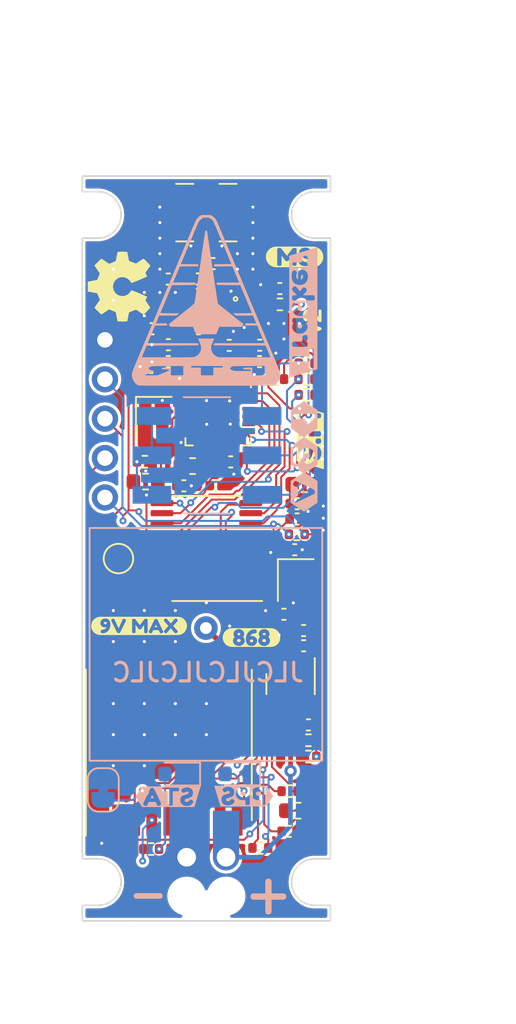
<source format=kicad_pcb>
(kicad_pcb (version 20221018) (generator pcbnew)
  (title_block (title "Tracker") (date "2023-02-07") (rev "1") (company "Polskie Towarzystwo Rakietowe") (comment 1 "bartekM, FlyingBanana, Kretu, Red Labs, karmelek, U.S. air force i inni"))
  (layers (0 "F.Cu" signal) (31 "B.Cu" signal) (34 "B.Paste" user) (35 "F.Paste" user) (36 "B.SilkS" user "B.Silkscreen") (37 "F.SilkS" user "F.Silkscreen") (38 "B.Mask" user) (39 "F.Mask" user) (44 "Edge.Cuts" user))
  (net 0 "")
  (net 1 "Net-(AE1-A)")
  (net 2 "+BATT")
  (net 3 "GND")
  (net 4 "Net-(U1-VREG)")
  (net 5 "Net-(U3-VDD{slash}VDDA)")
  (net 6 "Net-(U1-VR_PA)")
  (net 7 "+3V3")
  (net 8 "Net-(U1-RFI_P)")
  (net 9 "Net-(U4-V_BACKUP)")
  (net 10 "Net-(U1-RFI_N)")
  (net 11 "Net-(U5-RF2)")
  (net 12 "Net-(U1-RFO)")
  (net 13 "Net-(U5-RF1)")
  (net 14 "/Lora RF/3v3_lora")
  (net 15 "Net-(U5-RFC)")
  (net 16 "SPI1_MISO")
  (net 17 "SPI1_MOSI")
  (net 18 "SPI1_SCK")
  (net 19 "SPI1_SEL")
  (net 20 "Net-(J1-In)")
  (net 21 "XOUT")
  (net 22 "Net-(C13-Pad2)")
  (net 23 "Net-(U5-VCTL)")
  (net 24 "SWCLK")
  (net 25 "SWDIO")
  (net 26 "NRST")
  (net 27 "/Lora RF/XTA")
  (net 28 "USART1_RX")
  (net 29 "XIN")
  (net 30 "ADC_IN3")
  (net 31 "/Lora RF/XTB")
  (net 32 "USART1_TX")
  (net 33 "Net-(D1-A)")
  (net 34 "Net-(D2-A)")
  (net 35 "Net-(U1-DCC_SW)")
  (net 36 "Net-(U4-TIMEMARK)")
  (net 37 "Net-(U3-PA0)")
  (net 40 "PA4_INPUT")
  (net 41 "Net-(C20-Pad1)")
  (net 42 "Net-(C22-Pad2)")
  (net 43 "/Lora RF/CTL")
  (net 44 "Net-(R1-Pad2)")
  (net 45 "Net-(R2-Pad2)")
  (net 46 "Net-(R3-Pad2)")
  (net 47 "PA12")
  (net 48 "ADC_IN5")
  (net 49 "PA1_INPUT")
  (net 50 "PA2_INPUT")
  (footprint "Connector_Coaxial:SMA_Samtec_SMA-J-P-X-ST-EM1_EdgeMount" (layer "F.Cu") (at 152 84.5 180)
    (fp_text reference "J1")
    (fp_text value "Conn_Coaxial")
  )
  (footprint "Capacitor_SMD:C_0402_1005Metric" (layer "F.Cu") (at 158.27 112.27)
    (fp_text reference "C7")
    (fp_text value "1uF")
  )
  (footprint "kibuzzard-65A3B7CC" (layer "F.Cu") (at 154.91 111.74)
    (fp_text reference "kibuzzard-65A3B7CC" hide)
    (fp_text value "G***" hide)
  )
  (footprint "Capacitor_SMD:C_0402_1005Metric" (layer "F.Cu") (at 148.5 91.84)
    (fp_text reference "C19")
    (fp_text value "15pF")
  )
  (footprint "Capacitor_SMD:C_0402_1005Metric" (layer "F.Cu") (at 157.7 106.08)
    (fp_text reference "C17")
    (fp_text value "20pF")
  )
  (footprint "Resistor_SMD:R_0402_1005Metric" (layer "F.Cu") (at 158.58 119.41 180)
    (fp_text reference "R9")
    (fp_text value "50k")
  )
  (footprint "Resistor_SMD:R_0402_1005Metric" (layer "F.Cu") (at 158.46 94.07 180)
    (fp_text reference "R1")
    (fp_text value "50k")
  )
  (footprint "Inductor_SMD:L_0603_1608Metric" (layer "F.Cu") (at 158.32 101.86 180)
    (fp_text reference "FB1")
    (fp_text value "200mA")
  )
  (footprint "Capacitor_SMD:C_0402_1005Metric" (layer "F.Cu") (at 152.7 101.95)
    (fp_text reference "C16")
    (fp_text value "100nF")
  )
  (footprint "kibuzzard-640F0FCE" (layer "F.Cu") (at 158.7 98.82 90)
    (fp_text reference "kibuzzard-640F0FCE" hide)
    (fp_text value "G***" hide)
  )
  (footprint "Capacitor_SMD:C_0402_1005Metric" (layer "F.Cu") (at 153.47 92.91)
    (fp_text reference "C11")
    (fp_text value "3.6pF")
  )
  (footprint "Resistor_SMD:R_0402_1005Metric" (layer "F.Cu") (at 158.58 118.36)
    (fp_text reference "R7")
    (fp_text value "100k")
  )
  (footprint "Crystal:Crystal_SMD_2016-4Pin_2.0x1.6mm" (layer "F.Cu") (at 148.61 97.58 -90)
    (fp_text reference "Y1")
    (fp_text value "NX2016SA-32MHZ-STD-CZS-5")
  )
  (footprint "Capacitor_SMD:C_0402_1005Metric" (layer "F.Cu") (at 151.49 91.84 180)
    (fp_text reference "C13")
    (fp_text value "47pF")
  )
  (footprint "Capacitor_SMD:C_0402_1005Metric" (layer "F.Cu") (at 158.58 117.37)
    (fp_text reference "C2")
    (fp_text value "1uF")
  )
  (footprint "Inductor_SMD:L_0603_1608Metric" (layer "F.Cu") (at 148.08 101.69)
    (fp_text reference "FB3")
    (fp_text value "200mA")
  )
  (footprint "Capacitor_SMD:C_0402_1005Metric" (layer "F.Cu") (at 149.55 92.87 180)
    (fp_text reference "C4")
    (fp_text value "100pF")
  )
  (footprint "Package_SO:TSSOP-20_4.4x6.5mm_P0.65mm" (layer "F.Cu") (at 152 106 180)
    (fp_text reference "U3")
    (fp_text value "STM32G030F6P6")
  )
  (footprint "Capacitor_SMD:C_0402_1005Metric" (layer "F.Cu") (at 155.44 92.9 180)
    (fp_text reference "C12")
    (fp_text value "1pF")
  )
  (footprint "Crystal:Crystal_SMD_2016-4Pin_2.0x1.6mm" (layer "F.Cu") (at 157.76 108.04 -90)
    (fp_text reference "Y2")
    (fp_text value "NX2016SA-32MHZ-STD-CZS-5")
  )
  (footprint "Resistor_SMD:R_0402_1005Metric" (layer "F.Cu") (at 155.48 125.3 180)
    (fp_text reference "R10")
    (fp_text value "1k")
  )
  (footprint "Resistor_SMD:R_0402_1005Metric" (layer "F.Cu") (at 156.74 90.27 180)
    (fp_text reference "R5")
    (fp_text value "100R")
  )
  (footprint "Capacitor_SMD:C_0402_1005Metric" (layer "F.Cu") (at 148.42 95.05 180)
    (fp_text reference "C14")
    (fp_text value "100nF")
  )
  (footprint "TestPoint:TestPoint_Pad_D1.5mm" (layer "F.Cu") (at 146.33 106.65)
    (fp_text reference "TP1")
    (fp_text value "TestPoint")
  )
  (footprint "Capacitor_SMD:C_0402_1005Metric" (layer "F.Cu") (at 157 110.24 180)
    (fp_text reference "C18")
    (fp_text value "20pF")
  )
  (footprint "Resistor_SMD:R_0402_1005Metric" (layer "F.Cu") (at 157.36 121.64 180)
    (fp_text reference "R6")
    (fp_text value "10k")
  )
  (footprint "Inductor_SMD:L_0402_1005Metric" (layer "F.Cu") (at 151.51 93.97)
    (fp_text reference "L2")
    (fp_text value "68nH")
  )
  (footprint "Capacitor_SMD:C_0402_1005Metric" (layer "F.Cu") (at 153.57 100.42)
    (fp_text reference "C15")
    (fp_text value "100nF")
  )
  (footprint "Inductor_SMD:L_0402_1005Metric" (layer "F.Cu") (at 150.5 87.64)
    (fp_text reference "L6")
    (fp_text value "0R")
  )
  (footprint "Capacitor_SMD:C_0402_1005Metric" (layer "F.Cu") (at 155.43 93.96 180)
    (fp_text reference "C9")
    (fp_text value "2.7pF")
  )
  (footprint "Inductor_SMD:L_0603_1608Metric" (layer "F.Cu") (at 157.91 122.9)
    (fp_text reference "FB2")
    (fp_text value "200mA")
  )
  (footprint "Capacitor_SMD:C_0402_1005Metric" (layer "F.Cu") (at 157.85 104.1)
    (fp_text reference "C3")
    (fp_text value "4.7uF")
  )
  (footprint "Package_DFN_QFN:QFN-24-1EP_4x4mm_P0.5mm_EP2.7x2.7mm" (layer "F.Cu") (at 152.76 97.25)
    (fp_text reference "U1")
    (fp_text value "SX1262")
  )
  (footprint "kibuzzard-65194BBF" (layer "F.Cu") (at 157.69 87.21)
    (fp_text reference "kibuzzard-65194BBF" hide)
    (fp_text value "G***" hide)
  )
  (footprint "Inductor_SMD:L_0402_1005Metric" (layer "F.Cu") (at 149.48 90.82)
    (fp_text reference "L5")
    (fp_text value "4.3nH")
  )
  (footprint "Capacitor_SMD:C_0402_1005Metric" (layer "F.Cu") (at 150.55 101.96)
    (fp_text reference "C1")
    (fp_text value "470nF")
  )
  (footprint "Resistor_SMD:R_0402_1005Metric" (layer "F.Cu") (at 157.83 105.09 180)
    (fp_text reference "R12")
    (fp_text value "10k")
  )
  (footprint "Capacitor_SMD:C_0402_1005Metric" (layer "F.Cu") (at 151.48 89.62)
    (fp_text reference "C26")
    (fp_text value "100nF")
  )
  (footprint "Resistor_SMD:R_0402_1005Metric" (layer "F.Cu") (at 156.5 95.09 180)
    (fp_text reference "R4")
    (fp_text value "10k")
  )
  (footprint "Capacitor_SMD:C_0402_1005Metric" (layer "F.Cu") (at 149.54 93.96 180)
    (fp_text reference "C8")
    (fp_text value "22nF")
  )
  (footprint "kibuzzard-64020663" (layer "F.Cu") (at 147.66 110.99)
    (fp_text reference "kibuzzard-64020663" hide)
    (fp_text value "G***" hide)
  )
  (footprint "Inductor_SMD:L_0402_1005Metric" (layer "F.Cu") (at 153.48 93.97)
    (fp_text reference "L3")
    (fp_text value "12nH")
  )
  (footprint "Capacitor_SMD:C_0402_1005Metric" (layer "F.Cu") (at 157.34 124.23)
    (fp_text reference "C10")
    (fp_text value "100nF")
  )
  (footprint "Resistor_SMD:R_0402_1005Metric" (layer "F.Cu") (at 158.45 95.09 180)
    (fp_text reference "R2")
    (fp_text value "10k")
  )
  (footprint "Capacitor_SMD:C_0402_1005Metric" (layer "F.Cu") (at 151.49 90.81)
    (fp_text reference "C20")
    (fp_text value "100pF")
  )
  (footprint "stanley_footprints:QFN_6_1x1mm" (layer "F.Cu") (at 154.56 90.55)
    (fp_text reference "U5")
    (fp_text value "SKY13453-385LF")
  )
  (footprint "Resistor_SMD:R_0402_1005Metric" (layer "F.Cu") (at 148.03 100.41)
    (fp_text reference "R11")
    (fp_text value "50k")
  )
  (footprint "Package_TO_SOT_SMD:SOT-23" (layer "F.Cu") (at 157.43 114.74 -90)
    (fp_text reference "U2")
    (fp_text value "AP2210N-3.3TRG1")
  )
  (footprint "Resistor_SMD:R_0402_1005Metric" (layer "F.Cu") (at 158.46 96.1 180)
    (fp_text reference "R3")
    (fp_text value "5k")
  )
  (footprint "RF_GPS:SIM28ML" (layer "F.Cu") (at 149.58 118.66 90)
    (fp_text reference "U4")
    (fp_text value "SIM28ML")
  )
  (footprint "Capacitor_SMD:C_0402_1005Metric" (layer "F.Cu") (at 151.48 88.63 180)
    (fp_text reference "C22")
    (fp_text value "22pF")
  )
  (footprint "Resistor_SMD:R_0402_1005Metric" (layer "F.Cu") (at 148.44 125.37)
    (fp_text reference "R8")
    (fp_text value "1k")
  )
  (footprint "Inductor_SMD:L_0603_1608Metric" (layer "F.Cu") (at 151.11 100.69 180)
    (fp_text reference "L1")
    (fp_text value "15uH")
  )
  (footprint "Capacitor_SMD:C_0402_1005Metric" (layer "F.Cu") (at 158.27 111.29)
    (fp_text reference "C5")
    (fp_text value "1uF")
  )
  (footprint "Capacitor_SMD:C_0402_1005Metric" (layer "F.Cu") (at 156.74 89.25 180)
    (fp_text reference "C25")
    (fp_text value "100nF")
  )
  (footprint "Capacitor_SMD:C_0402_1005Metric" (layer "F.Cu") (at 152.43 87.64 180)
    (fp_text reference "C24")
    (fp_text value "TBD")
  )
  (footprint "Capacitor_SMD:C_0402_1005Metric" (layer "F.Cu") (at 149.54 88.64)
    (fp_text reference "C23")
    (fp_text value "TBD")
  )
  (footprint "Capacitor_SMD:C_0402_1005Metric" (layer "F.Cu") (at 153.01 91.28 90)
    (fp_text reference "C21")
    (fp_text value "9pF")
  )
  (footprint "Capacitor_SMD:C_0402_1005Metric" (layer "F.Cu") (at 157.86 103.115)
    (fp_text reference "C6")
    (fp_text value "100nF")
  )
  (footprint "Symbol:OSHW-Logo_5.7x6mm_SilkScreen" (layer "F.Cu") (at 147.37 89.13 90)
    (fp_text reference "REF**" hide)
    (fp_text value "OSHW-Logo_5.7x6mm_SilkScreen" hide)
  )
  (footprint "Inductor_SMD:L_0402_1005Metric" (layer "F.Cu") (at 151.51 92.89 180)
    (fp_text reference "L4")
    (fp_text value "9.1nH")
  )
  (footprint "kibuzzard-651ADEAE" (layer "B.Cu") (at 149.52 122 180)
    (fp_text reference "kibuzzard-651ADEAE" hide)
    (fp_text value "G***" hide)
  )
  (footprint "kibuzzard-63C2A895" (layer "B.Cu") (at 158.3 100.01 90)
    (fp_text reference "kibuzzard-63C2A895" hide)
    (fp_text value "G***" hide)
  )
  (footprint "kibuzzard-651ADEA2" (layer "B.Cu") (at 154.41 121.96 180)
    (fp_text reference "kibuzzard-651ADEA2" hide)
    (fp_text value "G***" hide)
  )
  (footprint "LED_SMD:LED_0603_1608Metric" (layer "B.Cu") (at 153.99 120.53 180)
    (fp_text reference "D2")
    (fp_text value "LED")
  )
  (footprint "Jumper:SolderJumper-2_P1.3mm_Bridged_RoundedPad1.0x1.5mm" (layer "B.Cu") (at 145.35 121.56 -90)
    (fp_text reference "JP1")
    (fp_text value "SolderJumper_2_Bridged")
  )
  (footprint "Connector_PinHeader_2.54mm:PinHeader_1x05_P2.54mm_Vertical" (layer "B.Cu") (at 145.46 92.555 180)
    (fp_text reference "J2")
    (fp_text value "Conn_01x05_Male")
  )
  (footprint "kibuzzard-63C2A8A3" (layer "B.Cu") (at 158.3 97.67 90)
    (fp_text reference "kibuzzard-63C2A8A3" hide)
    (fp_text value "G***" hide)
  )
  (footprint "stanley_footprints:ESD103EZ" (layer "B.Cu") (at 152.04 100 -90)
    (fp_text reference "SW1")
    (fp_text value "SW_DIP_x03")
  )
  (footprint "stanley_footprints:ANT1575-1540D" (layer "B.Cu") (at 151.97 112.18 180)
    (fp_text reference "AE1")
    (fp_text value "Antenna")
  )
  (footprint "stanley_footprints:ptr_logo_11" (layer "B.Cu") (at 152 90 180)
    (fp_text reference "G***")
    (fp_text value "LOGO" hide)
  )
  (footprint "kibuzzard-640F1272" (layer "B.Cu") (at 158.25 90.79 90)
    (fp_text reference "kibuzzard-640F1272" hide)
    (fp_text value "G***" hide)
  )
  (footprint "stanley_footprints:sturdy_2.54_battery_screw" (layer "B.Cu") (at 152 125.9 180)
    (fp_text reference "BT1")
    (fp_text value "Battery")
  )
  (footprint "LED_SMD:LED_0603_1608Metric" (layer "B.Cu") (at 150.11 120.54 180)
    (fp_text reference "D1")
    (fp_text value "LED")
  )
  (footprint "kibuzzard-6408E8C9" (layer "B.Cu") (at 158.3 102.35 90)
    (fp_text reference "kibuzzard-6408E8C9" hide)
    (fp_text value "G***" hide)
  )
  (gr_line (start 157 130) (end 147 130) (stroke (width 0.1)) (layer "Edge.Cuts"))
  (gr_line (start 144 126) (end 144 86) (stroke (width 0.1)) (layer "Edge.Cuts"))
  (gr_line (start 160 86) (end 160 126) (stroke (width 0.1)) (layer "Edge.Cuts"))
  (gr_line (start 145 126) (end 144 126) (stroke (width 0.1)) (layer "Edge.Cuts"))
  (gr_arc (start 159 129) (mid 157.5 127.5) (end 159 126) (stroke (width 0.1)) (layer "Edge.Cuts"))
  (gr_line (start 160 130) (end 160 129) (stroke (width 0.1)) (layer "Edge.Cuts"))
  (gr_line (start 144 130) (end 147 130) (stroke (width 0.1)) (layer "Edge.Cuts"))
  (gr_line (start 144 129) (end 145 129) (stroke (width 0.1)) (layer "Edge.Cuts"))
  (gr_line (start 144 83) (end 145 83) (stroke (width 0.1)) (layer "Edge.Cuts"))
  (gr_line (start 160 83) (end 159 83) (stroke (width 0.1)) (layer "Edge.Cuts"))
  (gr_line (start 144 83) (end 144 82) (stroke (width 0.1)) (layer "Edge.Cuts"))
  (gr_line (start 160 86) (end 159 86) (stroke (width 0.1)) (layer "Edge.Cuts"))
  (gr_line (start 157 82) (end 147 82) (stroke (width 0.1)) (layer "Edge.Cuts"))
  (gr_arc (start 159 86) (mid 157.5 84.5) (end 159 83) (stroke (width 0.1)) (layer "Edge.Cuts"))
  (gr_arc (start 145 126) (mid 146.5 127.5) (end 145 129) (stroke (width 0.1)) (layer "Edge.Cuts"))
  (gr_arc (start 145 83) (mid 146.5 84.5) (end 145 86) (stroke (width 0.1)) (layer "Edge.Cuts"))
  (gr_line (start 159 129) (end 160 129) (stroke (width 0.1)) (layer "Edge.Cuts"))
  (gr_line (start 144 86) (end 145 86) (stroke (width 0.1)) (layer "Edge.Cuts"))
  (gr_line (start 144 129) (end 144 130) (stroke (width 0.1)) (layer "Edge.Cuts"))
  (gr_line (start 159 126) (end 160 126) (stroke (width 0.1)) (layer "Edge.Cuts"))
  (gr_line (start 157 130) (end 160 130) (stroke (width 0.1)) (layer "Edge.Cuts"))
  (gr_line (start 144 82) (end 147 82) (stroke (width 0.1)) (layer "Edge.Cuts"))
  (gr_line (start 157 82) (end 160 82) (stroke (width 0.1)) (layer "Edge.Cuts"))
  (gr_line (start 160 82) (end 160 83) (stroke (width 0.1)) (layer "Edge.Cuts"))
  (gr_text "-" (at 148.25 128.25) (layer "B.SilkS") (effects (font (size 2 2) (thickness 0.35)) (justify mirror)))
  (gr_text "+" (at 156 128.25) (layer "B.SilkS") (effects (font (size 2.5 2.5) (thickness 0.4)) (justify mirror)))
  (gr_text "JLCJLCJLCJLC" (at 152.09 113.99) (layer "B.SilkS") (effects (font (size 1.2 1.2) (thickness 0.2)) (justify mirror)))
  (gr_text "-" (at 148.25 128.25) (layer "F.SilkS") (effects (font (size 2 2) (thickness 0.35))))
  (gr_text "+" (at 156 128.25) (layer "F.SilkS") (effects (font (size 2.5 2.5) (thickness 0.4))))
  (gr_text "v2" (at 159.46 92.35 90) (layer "F.SilkS") (effects (font (size 1 1) (thickness 0.2) bold) (justify left bottom)))
  (segment (start 152.88 112.04) (end 151.97 111.13) (width 0.35) (layer "F.Cu") (net 1))
  (segment (start 152.88 113.81) (end 152.88 112.04) (width 0.35) (layer "F.Cu") (net 1))
  (segment (start 158.07 118.36) (end 157.43 118.36) (width 0.127) (layer "F.Cu") (net 2))
  (segment (start 157.43 118.36) (end 157.43 117.37) (width 0.3) (layer "F.Cu") (net 2))
  (segment (start 158.1 117.37) (end 157.43 117.37) (width 0.127) (layer "F.Cu") (net 2))
  (segment (start 157.43 117.37) (end 157.43 115.6775) (width 0.3) (layer "F.Cu") (net 2))
  (segment (start 157.43 120.343) (end 157.43 118.36) (width 0.3) (layer "F.Cu") (net 2))
  (via (at 157.43 120.343) (size 0.8) (drill 0.4) (layers "F.Cu" "B.Cu") (net 2))
  (segment (start 157.43 120.343) (end 157.42 120.353) (width 0.3) (layer "B.Cu") (net 2))
  (segment (start 157.42 123.89) (end 155.41 125.9) (width 0.3) (layer "B.Cu") (net 2))
  (segment (start 157.42 120.353) (end 157.42 123.89) (width 0.3) (layer "B.Cu") (net 2))
  (segment (start 155.41 125.9) (end 153.27 125.9) (width 0.3) (layer "B.Cu") (net 2))
  (via (at 148 112) (size 0.45) (drill 0.2) (layers "F.Cu" "B.Cu") (net 3))
  (via (at 150 116) (size 0.45) (drill 0.2) (layers "F.Cu" "B.Cu") (net 3))
  (via (at 150.37 99.17) (size 0.45) (drill 0.2) (layers "F.Cu" "B.Cu") (net 3))
  (via (at 153.74 92.01) (size 0.45) (drill 0.2) (layers "F.Cu" "B.Cu") (net 3))
  (via (at 150 118) (size 0.45) (drill 0.2) (layers "F.Cu" "B.Cu") (net 3))
  (via (at 152.02 98) (size 0.45) (drill 0.2) (layers "F.Cu" "B.Cu") (net 3))
  (via (at 155 84) (size 0.45) (drill 0.2) (layers "F.Cu" "B.Cu") (net 3))
  (via (at 157.61 109.5055) (size 0.45) (drill 0.2) (layers "F.Cu" "B.Cu") (net 3))
  (via (at 158 88) (size 0.45) (drill 0.2) (layers "F.Cu" "B.Cu") (net 3))
  (via (at 152.01 96.47) (size 0.45) (drill 0.2) (layers "F.Cu" "B.Cu") (net 3))
  (via (at 155 88) (size 0.45) (drill 0.2) (layers "F.Cu" "B.Cu") (net 3))
  (via (at 148 120) (size 0.45) (drill 0.2) (layers "F.Cu" "B.Cu") (net 3))
  (via (at 159.54 103.27) (size 0.45) (drill 0.2) (layers "F.Cu" "B.Cu") (net 3))
  (via (at 155 86) (size 0.45) (drill 0.2) (layers "F.Cu" "B.Cu") (net 3))
  (via (at 157 91.5) (size 0.45) (drill 0.2) (layers "F.Cu" "B.Cu") (net 3))
  (via (at 149 87) (size 0.45) (drill 0.2) (layers "F.Cu" "B.Cu") (net 3))
  (via (at 149.16 96.460498) (size 0.45) (drill 0.2) (layers "F.Cu" "B.Cu") (net 3))
  (via (at 154.44 91.76) (size 0.45) (drill 0.2) (layers "F.Cu" "B.Cu") (net 3))
  (via (at 151 86.5) (size 0.45) (drill 0.2) (layers "F.Cu" "B.Cu") (net 3))
  (via (at 148 89.5) (size 0.45) (drill 0.2) (layers "F.Cu" "B.Cu") (net 3))
  (via (at 149 89.5) (size 0.45) (drill 0.2) (layers "F.Cu" "B.Cu") (net 3))
  (via (at 149 88) (size 0.45) (drill 0.2) (layers "F.Cu" "B.Cu") (net 3))
  (via (at 146 88) (size 0.45) (drill 0.2) (layers "F.Cu" "B.Cu") (net 3))
  (via (at 152 109.5) (size 0.45) (drill 0.2) (layers "F.Cu" "B.Cu") (net 3))
  (via (at 150 112) (size 0.45) (drill 0.2) (layers "F.Cu" "B.Cu") (net 3))
  (via (at 156.68 111.57) (size 0.45) (drill 0.2) (layers "F.Cu" "B.Cu") (net 3))
  (via (at 146 118) (size 0.45) (drill 0.2) (layers "F.Cu" "B.Cu") (net 3))
  (via (at 153.54 97.99) (size 0.45) (drill 0.2) (layers "F.Cu" "B.Cu") (net 3))
  (via (at 146 120) (size 0.45) (drill 0.2) (layers "F.Cu" "B.Cu") (net 3))
  (via (at 148 118) (size 0.45) (drill 0.2) (layers "F.Cu" "B.Cu") (net 3))
  (via (at 153 86.5) (size 0.45) (drill 0.2) (layers "F.Cu" "B.Cu") (net 3))
  (via (at 146 110) (size 0.45) (drill 0.2) (layers "F.Cu" "B.Cu") (net 3))
  (via (at 154 87) (size 0.45) (drill 0.2) (layers "F.Cu" "B.Cu") (net 3))
  (via (at 148.09 101) (size 0.45) (drill 0.2) (layers "F.Cu" "B.Cu") (net 3))
  (via (at 153.5 96.49) (size 0.45) (drill 0.2) (layers "F.Cu" "B.Cu") (net 3))
  (via (at 155 85) (size 0.45) (drill 0.2) (layers "F.Cu" "B.Cu") (net 3))
  (via (at 156 91.5) (size 0.45) (drill 0.2) (layers "F.Cu" "B.Cu") (net 3))
  (via (at 146 112) (size 0.45) (drill 0.2) (layers "F.Cu" "B.Cu") (net 3))
  (via (at 154 88) (size 0.45) (drill 0.2) (layers "F.Cu" "B.Cu") (net 3))
  (via (at 156.15 106.26) (size 0.45) (drill 0.2) (layers "F.Cu" "B.Cu") (net 3))
  (via (at 150 110) (size 0.45) (drill 0.2) (layers "F.Cu" "B.Cu") (net 3))
  (via (at 158 91.5) (size 0.45) (drill 0.2) (layers "F.Cu" "B.Cu") (net 3))
  (via (at 155 87) (size 0.45) (drill 0.2) (layers "F.Cu" "B.Cu") (net 3))
  (via (at 157 92.5) (size 0.45) (drill 0.2) (layers "F.Cu" "B.Cu") (net 3))
  (via (at 149 85) (size 0.45) (drill 0.2) (layers "F.Cu" "B.Cu") (net 3))
  (via (at 153.59 89.42) (size 0.45) (drill 0.2) (layers "F.Cu" "B.Cu") (net 3))
  (via (at 148 91) (size 0.45) (drill 0.2) (layers "F.Cu" "B.Cu") (net 3))
  (via (at 159.4865 100.25) (size 0.45) (drill 0.2) (layers "F.Cu" "B.Cu") (net 3))
  (via (at 152 118) (size 0.45) (drill 0.2) (layers "F.Cu" "B.Cu") (net 3))
  (via (at 148 116) (size 0.45) (drill 0.2) (layers "F.Cu" "B.Cu") (net 3))
  (via (at 158.5595 103.61) (size 0.45) (drill 0.2) (layers "F.Cu" "B.Cu") (net 3))
  (via (at 153.5 111) (size 0.45) (drill 0.2) (layers "F.Cu" "B.Cu") (net 3))
  (via (at 155.5 89) (size 0.45) (drill 0.2) (layers "F.Cu" "B.Cu") (net 3))
  (via (at 146 116) (size 0.45) (drill 0.2) (layers "F.Cu" "B.Cu") (net 3))
  (via (at 153.77 101.2135) (size 0.45) (drill 0.2) (layers "F.Cu" "B.Cu") (net 3))
  (via (at 150 89.5) (size 0.45) (drill 0.2) (layers "F.Cu" "B.Cu") (net 3))
  (via (at 159.54 104.05) (size 0.45) (drill 0.2) (layers "F.Cu" "B.Cu") (net 3))
  (via (at 149 86) (size 0.45) (drill 0.2) (layers "F.Cu" "B.Cu") (net 3))
  (via (at 145.25 125) (size 0.45) (drill 0.2) (layers "F.Cu" "B.Cu") (net 3))
  (via (at 155.09 94.79) (size 0.45) (drill 0.2) (layers "F.Cu" "B.Cu") (net 3))
  (via (at 152 116) (size 0.45) (drill 0.2) (layers "F.Cu" "B.Cu") (net 3))
  (via (at 156.48 93.41) (size 0.45) (drill 0.2) (layers "F.Cu" "B.Cu") (net 3))
  (via (at 150.27 95.04) (size 0.45) (drill 0.2) (layers "F.Cu" "B.Cu") (net 3))
  (via (at 148.48 92.87) (size 0.45) (drill 0.2) (layers "F.Cu" "B.Cu") (net 3))
  (via (at 159.54 104.82) (size 0.45) (drill 0.2) (layers "F.Cu" "B.Cu") (net 3))
  (via (at 159.49 98.54) (size 0.45) (drill 0.2) (layers "F.Cu" "B.Cu") (net 3))
  (via (at 149 84) (size 0.45) (drill 0.2) (layers "F.Cu" "B.Cu") (net 3))
  (via (at 158.18 106.08) (size 0.45) (drill 0.2) (layers "F.Cu" "B.Cu") (net 3))
  (via (at 155.82 110.01) (size 0.45) (drill 0.2) (layers "F.Cu" "B.Cu") (net 3))
  (via (at 148.49 93.98) (size 0.45) (drill 0.2) (layers "F.Cu" "B.Cu") (net 3))
  (via (at 148 110) (size 0.45) (drill 0.2) (layers "F.Cu" "B.Cu") (net 3))
  (via (at 147.72 94.28) (size 0.45) (drill 0.2) (layers "F.Cu" "B.Cu") (net 3))
  (via (at 151.03 101.96) (size 0.45) (drill 0.2) (layers "F.Cu" "B.Cu") (net 3))
  (via (at 159.49 99.42) (size 0.45) (drill 0.2) (layers "F.Cu" "B.Cu") (net 3))
  (via (at 146 90) (size 0.45) (drill 0.2) (layers "F.Cu" "B.Cu") (net 3))
  (segment (start 150.3225 100.69) (end 150.3225 100.0475) (width 0.127) (layer "F.Cu") (net 4))
  (segment (start 150.07 101.96) (end 150.07 101.52) (width 0.127) (layer "F.Cu") (net 4))
  (segment (start 150.07 101.52) (end 150.3225 101.2675) (width 0.127) (layer "F.Cu") (net 4))
  (segment (start 150.3225 101.2675) (end 150.3225 100.69) (width 0.127) (layer "F.Cu") (net 4))
  (segment (start 150.3225 100.0475) (end 151.1575 99.2125) (width 0.127) (layer "F.Cu") (net 4))
  (segment (start 151.1575 99.2125) (end 151.51 99.2125) (width 0.127) (layer "F.Cu") (net 4))
  (segment (start 154.8625 106.975) (end 156.195 106.975) (width 0.127) (layer "F.Cu") (net 5))
  (segment (start 157.37 104.1) (end 157.37 103.125) (width 0.127) (layer "F.Cu") (net 5))
  (segment (start 157.385 103.11) (end 157.38 103.115) (width 0.127) (layer "F.Cu") (net 5))
  (segment (start 156.659 104.811) (end 157.37 104.1) (width 0.127) (layer "F.Cu") (net 5))
  (segment (start 156.659 106.511) (end 156.659 104.811) (width 0.127) (layer "F.Cu") (net 5))
  (segment (start 157.385 102.025) (end 157.385 103.11) (width 0.127) (layer "F.Cu") (net 5))
  (segment (start 156.195 106.975) (end 156.659 106.511) (width 0.127) (layer "F.Cu") (net 5))
  (segment (start 157.37 103.125) (end 157.38 103.115) (width 0.127) (layer "F.Cu") (net 5))
  (segment (start 151.025 95.095) (end 151.2175 95.2875) (width 0.35) (layer "F.Cu") (net 6))
  (segment (start 151.025 93.97) (end 151.025 95.095) (width 0.35) (layer "F.Cu") (net 6))
  (segment (start 150.03 93.95) (end 150.02 93.96) (width 0.35) (layer "F.Cu") (net 6))
  (segment (start 151.2175 95.2875) (end 151.46 95.2875) (width 0.35) (layer "F.Cu") (net 6))
  (segment (start 150.03 93.97) (end 150.02 93.96) (width 0.35) (layer "F.Cu") (net 6))
  (segment (start 150.03 92.87) (end 150.03 93.95) (width 0.35) (layer "F.Cu") (net 6))
  (segment (start 151.025 93.97) (end 150.03 93.97) (width 0.35) (layer "F.Cu") (net 6))
  (segment (start 159.076017 96.206017) (end 158.97 96.1) (width 0.127) (layer "F.Cu") (net 7))
  (segment (start 159.1075 101.8075) (end 158.36 101.06) (width 0.127) (layer "F.Cu") (net 7))
  (segment (start 147.04 101.69) (end 146.982569 101.632569) (width 0.127) (layer "F.Cu") (net 7))
  (segment (start 156.48 113.8025) (end 156.48 112.73) (width 0.127) (layer "F.Cu") (net 7))
  (segment (start 158.36 101.06) (end 158.36 100.51) (width 0.127) (layer "F.Cu") (net 7))
  (segment (start 158.3175 110.65) (end 159.0475 109.92) (width 0.127) (layer "F.Cu") (net 7))
  (segment (start 156.94 112.27) (end 157.79 112.27) (width 0.127) (layer "F.Cu") (net 7))
  (segment (start 146.982569 90.857431) (end 146.982569 101.632569) (width 0.127) (layer "F.Cu") (net 7))
  (segment (start 153.72 90.3) (end 153.04 89.62) (width 0.127) (layer "F.Cu") (net 7))
  (segment (start 158.36 100.51) (end 158.3445 100.4945) (width 0.127) (layer "F.Cu") (net 7))
  (segment (start 153.04 89.62) (end 151.96 89.62) (width 0.127) (layer "F.Cu") (net 7))
  (segment (start 158.97 94.07) (end 158.97 93.63) (width 0.127) (layer "F.Cu") (net 7))
  (segment (start 147.576069 103.547569) (end 146.982569 103.547569) (width 0.127) (layer "F.Cu") (net 7))
  (segment (start 157.01 94.126436) (end 157.01 95.09) (width 0.127) (layer "F.Cu") (net 7))
  (segment (start 156.2285 115.2615) (end 156.48 115.01) (width 0.127) (layer "F.Cu") (net 7))
  (segment (start 147.6485 103.62) (end 147.576069 103.547569) (width 0.127) (layer "F.Cu") (net 7))
  (segment (start 158.97 93.63) (end 158.74 93.4) (width 0.127) (layer "F.Cu") (net 7))
  (segment (start 158.34 105.09) (end 159.0475 105.09) (width 0.127) (layer "F.Cu") (net 7))
  (segment (start 151.96 90.03) (end 151.78 90.21) (width 0.127) (layer "F.Cu") (net 7))
  (segment (start 156.48 115.01) (end 156.48 113.8025) (width 0.127) (layer "F.Cu") (net 7))
  (segment (start 157.53 121.64) (end 157.3835 121.4935) (width 0.127) (layer "F.Cu") (net 7))
  (segment (start 157.87 121.64) (end 157.53 121.64) (width 0.127) (layer "F.Cu") (net 7))
  (segment (start 159.1075 101.86) (end 159.1075 101.8075) (width 0.127) (layer "F.Cu") (net 7))
  (segment (start 158.3445 98.326344) (end 159.076017 97.594827) (width 0.127) (layer "F.Cu") (net 7))
  (segment (start 157.87 122.75) (end 157.72 122.9) (width 0.127) (layer "F.Cu") (net 7))
  (segment (start 147.2925 101.69) (end 147.04 101.69) (width 0.127) (layer "F.Cu") (net 7))
  (segment (start 159.076017 97.594827) (end 159.076017 96.206017) (width 0.127) (layer "F.Cu") (net 7))
  (segment (start 146.62 103.910138) (end 146.982569 103.547569) (width 0.127) (layer "F.Cu") (net 7))
  (segment (start 157.87 121.64) (end 157.87 122.75) (width 0.127) (layer "F.Cu") (net 7))
  (segment (start 151.96 89.62) (end 151.96 90.03) (width 0.127) (layer "F.Cu") (net 7))
  (segment (start 147.63 90.21) (end 146.982569 90.857431) (width 0.127) (layer "F.Cu") (net 7))
  (segment (start 158.06 110.65) (end 158.3175 110.65) (width 0.127) (layer "F.Cu") (net 7))
  (segment (start 157.72 122.9) (end 157.1225 122.9) (width 0.127) (layer "F.Cu") (net 7))
  (segment (start 156.2285 120.079831) (end 156.2285 115.2615) (width 0.127) (layer "F.Cu") (net 7))
  (segment (start 157.3835 121.4935) (end 157.3835 121.234831) (width 0.127) (layer "F.Cu") (net 7))
  (segment (start 157.3835 121.234831) (end 156.2285 120.079831) (width 0.127) (layer "F.Cu") (net 7))
  (segment (start 158.74 93.4) (end 157.736436 93.4) (width 0.127) (layer "F.Cu") (net 7))
  (segment (start 157.79 110.92) (end 158.06 110.65) (width 0.127) (layer "F.Cu") (net 7))
  (segment (start 158.96 95.09) (end 158.96 94.08) (width 0.127) (layer "F.Cu") (net 7))
  (segment (start 158.97 96.1) (end 158.97 95.1) (width 0.127) (layer "F.Cu") (net 7))
  (segment (start 157.736436 93.4) (end 157.01 94.126436) (width 0.127) (layer "F.Cu") (net 7))
  (segment (start 146.62 104.22) (end 146.62 103.910138) (width 0.127) (layer "F.Cu") (net 7))
  (segment (start 159.0475 109.92) (end 159.0475 105.09) (width 0.127) (layer "F.Cu") (net 7))
  (segment (start 157.79 112.27) (end 157.79 111.29) (width 0.127) (layer "F.Cu") (net 7))
  (segment (start 146.982569 103.547569) (end 146.982569 101.632569) (width 0.127) (layer "F.Cu") (net 7))
  (segment (start 158.96 94.08) (end 158.97 94.07) (width 0.127) (layer "F.Cu") (net 7))
  (segment (start 156.48 112.73) (end 156.94 112.27) (width 0.127) (layer "F.Cu") (net 7))
  (segment (start 154.075 90.3) (end 153.72 90.3) (width 0.127) (layer "F.Cu") (net 7))
  (segment (start 157.79 111.29) (end 157.79 110.92) (width 0.127) (layer "F.Cu") (net 7))
  (segment (start 151.78 90.21) (end 147.63 90.21) (width 0.127) (layer "F.Cu") (net 7))
  (segment (start 159.0475 105.09) (end 159.0475 101.92) (width 0.127) (layer "F.Cu") (net 7))
  (segment (start 159.0475 101.92) (end 159.1075 101.86) (width 0.127) (layer "F.Cu") (net 7))
  (segment (start 158.3445 100.4945) (end 158.3445 98.326344) (width 0.127) (layer "F.Cu") (net 7))
  (via (at 146.62 104.22) (size 0.45) (drill 0.2) (layers "F.Cu" "B.Cu") (net 7))
  (via (at 158.34 105.09) (size 0.45) (drill 0.2) (layers "F.Cu" "B.Cu") (net 7))
  (via (at 147.6485 103.62) (size 0.45) (drill 0.2) (layers "F.Cu" "B.Cu") (net 7))
  (segment (start 148.063 104.223) (end 155.637 104.223) (width 0.127) (layer "B.Cu") (net 7))
  (segment (start 155.637 104.223) (end 155.926614 103.933386) (width 0.127) (layer "B.Cu") (net 7))
  (segment (start 147.6485 103.8085) (end 148.063 104.223) (width 0.127) (layer "B.Cu") (net 7))
  (segment (start 146.62 103.875) (end 145.46 102.715) (width 0.127) (layer "B.Cu") (net 7))
  (segment (start 147.6485 103.62) (end 147.6485 103.8085) (width 0.127) (layer "B.Cu") (net 7))
  (segment (start 146.62 104.22) (end 146.62 103.875) (width 0.127) (layer "B.Cu") (net 7))
  (segment (start 155.926614 103.933386) (end 157.183386 103.933386) (width 0.127) (layer "B.Cu") (net 7))
  (segment (start 157.183386 103.933386) (end 158.34 105.09) (width 0.127) (layer "B.Cu") (net 7))
  (segment (start 145.032 103.143) (end 145.46 102.715) (width 0.127) (layer "B.Cu") (net 7))
  (segment (start 153.975 93.96) (end 153.965 93.97) (width 0.35) (layer "F.Cu") (net 8))
  (segment (start 153.82 94.51) (end 153.965 94.365) (width 0.127) (layer "F.Cu") (net 8))
  (segment (start 153.356242 94.51) (end 153.82 94.51) (width 0.127) (layer "F.Cu") (net 8))
  (segment (start 154.95 93.96) (end 153.975 93.96) (width 0.35) (layer "F.Cu") (net 8))
  (segment (start 153.01 94.856242) (end 153.356242 94.51) (width 0.127) (layer "F.Cu") (net 8))
  (segment (start 153.01 95.2875) (end 153.01 94.856242) (width 0.127) (layer "F.Cu") (net 8))
  (segment (start 153.965 94.365) (end 153.965 93.97) (width 0.127) (layer "F.Cu") (net 8))
  (segment (start 155.73 123.78) (end 155.73 121.92) (width 0.127) (layer "F.Cu") (net 9))
  (segment (start 158.182448 122.9) (end 157.8235 123.258948) (width 0.127) (layer "F.Cu") (net 9))
  (segment (start 157.541004 123.6385) (end 157.530865 123.6385) (width 0.127) (layer "F.Cu") (net 9))
  (segment (start 157.8235 123.356004) (end 157.541004 123.6385) (width 0.127) (layer "F.Cu") (net 9))
  (segment (start 154.81226 121.13) (end 154.06 121.13) (width 0.127) (layer "F.Cu") (net 9))
  (segment (start 155.23776 121.5555) (end 154.81226 121.13) (width 0.127) (layer "F.Cu") (net 9))
  (segment (start 157.8235 123.258948) (end 157.8235 123.356004) (width 0.127) (layer "F.Cu") (net 9))
  (segment (start 156.18 124.23) (end 155.73 123.78) (width 0.127) (layer "F.Cu") (net 9))
  (segment (start 156.86 124.23) (end 156.18 124.23) (width 0.127) (layer "F.Cu") (net 9))
  (segment (start 152.88 122.31) (end 152.88 123.51) (width 0.127) (layer "F.Cu") (net 9))
  (segment (start 158.6975 122.9) (end 158.182448 122.9) (width 0.127) (layer "F.Cu") (net 9))
  (segment (start 155.3655 121.5555) (end 155.23776 121.5555) (width 0.127) (layer "F.Cu") (net 9))
  (segment (start 152.88 122.31) (end 152.71 122.14) (width 0.127) (layer "F.Cu") (net 9))
  (segment (start 155.73 121.92) (end 155.3655 121.5555) (width 0.127) (layer "F.Cu") (net 9))
  (segment (start 157.2765 123.892865) (end 157.2765 124.1535) (width 0.127) (layer "F.Cu") (net 9))
  (segment (start 154.06 121.13) (end 152.88 122.31) (width 0.127) (layer "F.Cu") (net 9))
  (segment (start 152.71 122.14) (end 150.9 122.14) (width 0.127) (layer "F.Cu") (net 9))
  (segment (start 150.9 122.14) (end 150.68 122.36) (width 0.127) (layer "F.Cu") (net 9))
  (segment (start 157.2765 124.1535) (end 157.2 124.23) (width 0.127) (layer "F.Cu") (net 9))
  (segment (start 157.2 124.23) (end 156.86 124.23) (width 0.127) (layer "F.Cu") (net 9))
  (segment (start 157.530865 123.6385) (end 157.2765 123.892865) (width 0.127) (layer "F.Cu") (net 9))
  (segment (start 150.68 122.36) (end 150.68 123.51) (width 0.127) (layer "F.Cu") (net 9))
  (segment (start 152.995 92.915) (end 152.99 92.91) (width 0.35) (layer "F.Cu") (net 10))
  (segment (start 152.51 95.2875) (end 152.51 94.83) (width 0.127) (layer "F.Cu") (net 10))
  (segment (start 152.995 93.97) (end 152.995 92.915) (width 0.35) (layer "F.Cu") (net 10))
  (segment (start 152.995 94.345) (end 152.995 93.97) (width 0.127) (layer "F.Cu") (net 10))
  (segment (start 152.51 94.83) (end 152.995 94.345) (width 0.127) (layer "F.Cu") (net 10))
  (segment (start 155.045 90.8) (end 155.045 92.815) (width 0.35) (layer "F.Cu") (net 11))
  (segment (start 154.96 92.9) (end 153.96 92.9) (width 0.35) (layer "F.Cu") (net 11))
  (segment (start 155.045 92.815) (end 154.96 92.9) (width 0.35) (layer "F.Cu") (net 11))
  (segment (start 153.96 92.9) (end 153.95 92.91) (width 0.35) (layer "F.Cu") (net 11))
  (segment (start 151.995 93.97) (end 151.995 92.89) (width 0.35) (layer "F.Cu") (net 12))
  (segment (start 152.01 95.2875) (end 152.01 93.985) (width 0.35) (layer "F.Cu") (net 12))
  (segment (start 151.995 91.865) (end 151.97 91.84) (width 0.35) (layer "F.Cu") (net 12))
  (segment (start 152.01 93.985) (end 151.995 93.97) (width 0.35) (layer "F.Cu") (net 12))
  (segment (start 151.995 92.89) (end 151.995 91.865) (width 0.35) (layer "F.Cu") (net 12))
  (segment (start 153.01 90.8) (end 154.075 90.8) (width 0.35) (layer "F.Cu") (net 13))
  (segment (start 153 90.81) (end 153.01 90.8) (width 0.35) (layer "F.Cu") (net 13))
  (segment (start 151.97 90.81) (end 153 90.81) (width 0.35) (layer "F.Cu") (net 13))
  (segment (start 153.01 99.2125) (end 153.51 99.2125) (width 0.127) (layer "F.Cu") (net 14))
  (segment (start 153.01 99.2125) (end 153.01 100.34) (width 0.127) (layer "F.Cu") (net 14))
  (segment (start 150.31 96) (end 149.36 95.05) (width 0.127) (layer "F.Cu") (net 14))
  (segment (start 153.01 100.34) (end 153.09 100.42) (width 0.127) (layer "F.Cu") (net 14))
  (segment (start 148.9 95.47) (end 148.74 95.63) (width 0.127) (layer "F.Cu") (net 14))
  (segment (start 147.309569 99.479569) (end 147.6465 99.8165) (width 0.127) (layer "F.Cu") (net 14))
  (segment (start 152.22 101.61) (end 152.22 101.95) (width 0.127) (layer "F.Cu") (net 14))
  (segment (start 152.22 101.95) (end 151.921552 102.248448) (width 0.127) (layer "F.Cu") (net 14))
  (segment (start 152.7 101.47) (end 152.36 101.47) (width 0.127) (layer "F.Cu") (net 14))
  (segment (start 148.830064 99.8165) (end 149.0735 100.059936) (width 0.127) (layer "F.Cu") (net 14))
  (segment (start 147.6465 99.8165) (end 148.830064 99.8165) (width 0.127) (layer "F.Cu") (net 14))
  (segment (start 151.707552 102.56) (end 149.15 102.56) (width 0.127) (layer "F.Cu") (net 14))
  (segment (start 148.8675 102.2775) (end 148.8675 101.69) (width 0.127) (layer "F.Cu") (net 14))
  (segment (start 151.921552 102.346) (end 151.707552 102.56) (width 0.127) (layer "F.Cu") (net 14))
  (segment (start 153.09 100.42) (end 153.09 101.08) (width 0.127) (layer "F.Cu") (net 14))
  (segment (start 149.15 102.56) (end 148.8675 102.2775) (width 0.127) (layer "F.Cu") (net 14))
  (segment (start 149.36 95.05) (end 148.9 95.05) (width 0.127) (layer "F.Cu") (net 14))
  (segment (start 153.09 101.08) (end 152.7 101.47) (width 0.127) (layer "F.Cu") (net 14))
  (segment (start 151.921552 102.248448) (end 151.921552 102.346) (width 0.127) (layer "F.Cu") (net 14))
  (segment (start 149.0735 100.059936) (end 149.0735 101.484) (width 0.127) (layer "F.Cu") (net 14))
  (segment (start 152.36 101.47) (end 152.22 101.61) (width 0.127) (layer "F.Cu") (net 14))
  (segment (start 150.7975 96) (end 150.31 96) (width 0.127) (layer "F.Cu") (net 14))
  (segment (start 148.74 95.63) (end 147.66 95.63) (width 0.127) (layer "F.Cu") (net 14))
  (segment (start 148.9 95.05) (end 148.9 95.47) (width 0.127) (layer "F.Cu") (net 14))
  (segment (start 147.66 95.63) (end 147.309569 95.980431) (width 0.127) (layer "F.Cu") (net 14))
  (segment (start 149.0735 101.484) (end 148.8675 101.69) (width 0.127) (layer "F.Cu") (net 14))
  (segment (start 147.309569 95.980431) (end 147.309569 99.479569) (width 0.127) (layer "F.Cu") (net 14))
  (segment (start 151.96 88.63) (end 153.33 88.63) (width 0.35) (layer "F.Cu") (net 15))
  (arc (start 153.33 88.63) (mid 154.199741 88.990259) (end 154.56 89.86) (width 0.35) (layer "F.Cu") (net 15))
  (segment (start 154.7225 97) (end 155.39 97) (width 0.127) (layer "F.Cu") (net 16))
  (segment (start 154.083052 102.2845) (end 153.938985 102.2845) (width 0.127) (layer "F.Cu") (net 16))
  (segment (start 156.06 100.307552) (end 154.083052 102.2845) (width 0.127) (layer "F.Cu") (net 16))
  (segment (start 150.355 104.375) (end 149.1375 104.375) (width 0.127) (layer "F.Cu") (net 16))
  (segment (start 156.06 97.67) (end 156.06 100.307552) (width 0.127) (layer "F.Cu") (net 16))
  (segment (start 153.938985 102.2845) (end 153.699985 102.5235) (width 0.127) (layer "F.Cu") (net 16))
  (segment (start 152.2065 102.5235) (end 150.355 104.375) (width 0.127) (layer "F.Cu") (net 16))
  (segment (start 153.699985 102.5235) (end 152.2065 102.5235) (width 0.127) (layer "F.Cu") (net 16))
  (segment (start 155.39 97) (end 156.06 97.67) (width 0.127) (layer "F.Cu") (net 16))
  (segment (start 150.167448 105.025) (end 152.341948 102.8505) (width 0.127) (layer "F.Cu") (net 17))
  (segment (start 156.387 100.443) (end 156.387 97.264552) (width 0.127) (layer "F.Cu") (net 17))
  (segment (start 155.622448 96.5) (end 154.7225 96.5) (width 0.127) (layer "F.Cu") (net 17))
  (segment (start 154.074433 102.6115) (end 154.2185 102.6115) (width 0.127) (layer "F.Cu") (net 17))
  (segment (start 156.387 97.264552) (end 155.622448 96.5) (width 0.127) (layer "F.Cu") (net 17))
  (segment (start 154.2185 102.6115) (end 156.387 100.443) (width 0.127) (layer "F.Cu") (net 17))
  (segment (start 149.1375 105.025) (end 150.167448 105.025) (width 0.127) (layer "F.Cu") (net 17))
  (segment (start 152.341948 102.8505) (end 153.835433 102.8505) (width 0.127) (layer "F.Cu") (net 17))
  (segment (start 153.835433 102.8505) (end 154.074433 102.6115) (width 0.127) (layer "F.Cu") (net 17))
  (segment (start 156 101.540498) (end 156 101.294896) (width 0.127) (layer "F.Cu") (net 18))
  (segment (start 150.335844 103.725) (end 149.1375 103.725) (width 0.127) (layer "F.Cu") (net 18))
  (segment (start 150.989931 103.070913) (end 150.335844 103.725) (width 0.127) (layer "F.Cu") (net 18))
  (segment (start 156.714 100.580896) (end 156.714 96.784) (width 0.127) (layer "F.Cu") (net 18))
  (segment (start 156 101.294896) (end 156.714 100.580896) (width 0.127) (layer "F.Cu") (net 18))
  (segment (start 156.714 96.784) (end 155.93 96) (width 0.127) (layer "F.Cu") (net 18))
  (segment (start 150.989931 103.049931) (end 150.989931 103.070913) (width 0.127) (layer "F.Cu") (net 18))
  (segment (start 155.93 96) (end 154.7225 96) (width 0.127) (layer "F.Cu") (net 18))
  (via (at 150.989931 103.049931) (size 0.45) (drill 0.2) (layers "F.Cu" "B.Cu") (net 18))
  (via (at 156 101.540498) (size 0.45) (drill 0.2) (layers "F.Cu" "B.Cu") (net 18))
  (segment (start 155.838998 101.7015) (end 156 101.540498) (width 0.127) (layer "B.Cu") (net 18))
  (segment (start 152.338362 101.7015) (end 155.838998 101.7015) (width 0.127) (layer "B.Cu") (net 18))
  (segment (start 150.989931 103.049931) (end 152.338362 101.7015) (width 0.127) (layer "B.Cu") (net 18))
  (segment (start 157.376509 96.984061) (end 155.99 95.597552) (width 0.127) (layer "F.Cu") (net 19))
  (segment (start 152.54351 103.339075) (end 152.315821 103.339075) (width 0.127) (layer "F.Cu") (net 19))
  (segment (start 155.63 95.09) (end 155.99 95.09) (width 0.127) (layer "F.Cu") (net 19))
  (segment (start 152.315821 103.339075) (end 149.979896 105.675) (width 0.127) (layer "F.Cu") (net 19))
  (segment (start 149.979896 105.675) (end 149.1375 105.675) (width 0.127) (layer "F.Cu") (net 19))
  (segment (start 158.015 96.984061) (end 157.376509 96.984061) (width 0.127) (layer "F.Cu") (net 19))
  (segment (start 154.01 95.2875) (end 155.4325 95.2875) (width 0.127) (layer "F.Cu") (net 19))
  (segment (start 155.99 95.597552) (end 155.99 95.09) (width 0.127) (layer "F.Cu") (net 19))
  (segment (start 155.4325 95.2875) (end 155.63 95.09) (width 0.127) (layer "F.Cu") (net 19))
  (via (at 152.54351 103.339075) (size 0.45) (drill 0.2) (layers "F.Cu" "B.Cu") (net 19))
  (via (at 158.015 96.984061) (size 0.45) (drill 0.2) (layers "F.Cu" "B.Cu") (net 19))
  (segment (start 156.963948 103.3785) (end 158.6715 101.670948) (width 0.127) (layer "B.Cu") (net 19))
  (segment (start 158.6715 101.670948) (end 158.6715 98.166604) (width 0.127) (layer "B.Cu") (net 19))
  (segment (start 152.54351 103.339075) (end 152.822585 103.06) (width 0.127) (layer "B.Cu") (net 19))
  (segment (start 153.912354 103.06) (end 154.230854 103.3785) (width 0.127) (layer "B.Cu") (net 19))
  (segment (start 158.6715 98.166604) (end 158.015 97.510104) (width 0.127) (layer "B.Cu") (net 19))
  (segment (start 154.230854 103.3785) (end 156.963948 103.3785) (width 0.127) (layer "B.Cu") (net 19))
  (segment (start 158.015 97.510104) (end 158.015 96.984061) (width 0.127) (layer "B.Cu") (net 19))
  (segment (start 152.822585 103.06) (end 153.912354 103.06) (width 0.127) (layer "B.Cu") (net 19))
  (segment (start 151.95 87.64) (end 151.95 84.35) (width 0.35) (layer "F.Cu") (net 20))
  (segment (start 151.95 84.35) (end 152 84.3) (width 0.35) (layer "F.Cu") (net 20))
  (segment (start 150.985 87.64) (end 151.95 87.64) (width 0.35) (layer "F.Cu") (net 20))
  (segment (start 156.46 107.34) (end 156.175 107.625) (width 0.127) (layer "F.Cu") (net 21))
  (segment (start 157.21 106.21) (end 157.21 107.34) (width 0.127) (layer "F.Cu") (net 21))
  (segment (start 157.21 107.34) (end 156.46 107.34) (width 0.127) (layer "F.Cu") (net 21))
  (segment (start 156.175 107.625) (end 154.8625 107.625) (width 0.127) (layer "F.Cu") (net 21))
  (segment (start 157.22 106.2) (end 157.21 106.21) (width 0.127) (layer "F.Cu") (net 21))
  (segment (start 157.22 106.08) (end 157.22 106.2) (width 0.127) (layer "F.Cu") (net 21))
  (segment (start 148.98 90.835) (end 148.995 90.82) (width 0.35) (layer "F.Cu") (net 22))
  (segment (start 148.98 91.84) (end 148.98 90.835) (width 0.35) (layer "F.Cu") (net 22))
  (segment (start 151.01 91.84) (end 148.98 91.84) (width 0.35) (layer "F.Cu") (net 22))
  (segment (start 151.01 91.84) (end 151.01 92.875) (width 0.35) (layer "F.Cu") (net 22))
  (segment (start 151.01 92.875) (end 151.025 92.89) (width 0.35) (layer "F.Cu") (net 22))
  (segment (start 155.045 90.3) (end 156.2 90.3) (width 0.127) (layer "F.Cu") (net 23))
  (segment (start 156.23 90.27) (end 156.23 89.28) (width 0.127) (layer "F.Cu") (net 23))
  (segment (start 156.23 89.28) (end 156.26 89.25) (width 0.127) (layer "F.Cu") (net 23))
  (segment (start 149.1375 108.275) (end 145.625 108.275) (width 0.127) (layer "F.Cu") (net 24))
  (segment (start 144.3465 103.176227) (end 144.3465 101.2885) (width 0.127) (layer "F.Cu") (net 24))
  (segment (start 144.998773 103.8285) (end 144.3465 103.176227) (width 0.127) (layer "F.Cu") (net 24))
  (segment (start 145.625 108.275) (end 144.843 107.493) (width 0.127) (layer "F.Cu") (net 24))
  (segment (start 145.2685 103.8285) (end 144.998773 103.8285) (width 0.127) (layer "F.Cu") (net 24))
  (segment (start 145.52 104.08) (end 145.2685 103.8285) (width 0.127) (layer "F.Cu") (net 24))
  (segment (start 144.3465 101.2885) (end 145.46 100.175) (width 0.127) (layer "F.Cu") (net 24))
  (segment (start 144.843 105.454552) (end 145.52 104.777552) (width 0.127) (layer "F.Cu") (net 24))
  (segment (start 145.52 104.777552) (end 145.52 104.08) (width 0.127) (layer "F.Cu") (net 24))
  (segment (start 144.843 107.493) (end 144.843 105.454552) (width 0.127) (layer "F.Cu") (net 24))
  (segment (start 146.59 98.765) (end 145.46 97.635) (width 0.127) (layer "F.Cu") (net 25))
  (segment (start 147.912 107.948) (end 145.760448 107.948) (width 0.127) (layer "F.Cu") (net 25))
  (segment (start 149.1375 107.625) (end 148.235 107.625) (width 0.127) (layer "F.Cu") (net 25))
  (segment (start 146.59 103.33) (end 146.59 98.765) (width 0.127) (layer "F.Cu") (net 25))
  (segment (start 145.17 105.59) (end 146 104.76) (width 0.127) (layer "F.Cu") (net 25))
  (segment (start 145.17 107.357552) (end 145.17 105.59) (width 0.127) (layer "F.Cu") (net 25))
  (segment (start 146 103.92) (end 146.59 103.33) (width 0.127) (layer "F.Cu") (net 25))
  (segment (start 145.760448 107.948) (end 145.17 107.357552) (width 0.127) (layer "F.Cu") (net 25))
  (segment (start 146 104.76) (end 146 103.92) (width 0.127) (layer "F.Cu") (net 25))
  (segment (start 148.235 107.625) (end 147.912 107.948) (width 0.127) (layer "F.Cu") (net 25))
  (segment (start 155.855 105.675) (end 154.8625 105.675) (width 0.127) (layer "F.Cu") (net 26))
  (segment (start 156.332 104.421886) (end 156.332 105.198) (width 0.127) (layer "F.Cu") (net 26))
  (segment (start 156.332 105.198) (end 155.855 105.675) (width 0.127) (layer "F.Cu") (net 26))
  (via (at 156.332 104.421886) (size 0.45) (drill 0.2) (layers "F.Cu" "B.Cu") (net 26))
  (via (at 157.32 105.09) (size 0.45) (drill 0.2) (layers "F.Cu" "B.Cu") (net 26))
  (segment (start 146.59 96.28) (end 146.59 103.33) (width 0.127) (layer "B.Cu") (net 26))
  (segment (start 145.46 95.095) (end 145.405 95.095) (width 0.127) (layer "B.Cu") (net 26))
  (segment (start 147.81 104.55) (end 156.203886 104.55) (width 0.127) (layer "B.Cu") (net 26))
  (segment (start 156.203886 104.55) (end 156.332 104.421886) (width 0.127) (layer "B.Cu") (net 26))
  (segment (start 156.651886 104.421886) (end 157.32 105.09) (width 0.127) (layer "B.Cu") (net 26))
  (segment (start 156.332 104.421886) (end 156.651886 104.421886) (width 0.127) (layer "B.Cu") (net 26))
  (segment (start 145.405 95.095) (end 146.59 96.28) (width 0.127) (layer "B.Cu") (net 26))
  (segment (start 146.59 103.33) (end 147.81 104.55) (width 0.127) (layer "B.Cu") (net 26))
  (segment (start 148.418002 95.971998) (end 148.06 96.33) (width 0.127) (layer "F.Cu") (net 27))
  (segment (start 149.667446 95.971998) (end 148.418002 95.971998) (width 0.127) (layer "F.Cu") (net 27))
  (segment (start 149.92 96.224552) (end 149.667446 95.971998) (width 0.127) (layer "F.Cu") (net 27))
  (segment (start 150.7975 97) (end 150.12 97) (width 0.127) (layer "F.Cu") (net 27))
  (segment (start 148.06 96.33) (end 148.06 96.88) (width 0.127) (layer "F.Cu") (net 27))
  (segment (start 150.12 97) (end 149.92 96.8) (width 0.127) (layer "F.Cu") (net 27))
  (segment (start 149.92 96.8) (end 149.92 96.224552) (width 0.127) (layer "F.Cu") (net 27))
  (segment (start 146.28 124.59) (end 146.28 123.51) (width 0.127) (layer "F.Cu") (net 28))
  (segment (start 154.439146 124.7735) (end 146.4635 124.7735) (width 0.127) (layer "F.Cu") (net 28))
  (segment (start 154.8625 109.760052) (end 154.8625 108.925) (width 0.127) (layer "F.Cu") (net 28))
  (segment (start 155.9015 120.001086) (end 155.9015 110.799052) (width 0.127) (layer "F.Cu") (net 28))
  (segment (start 154.8 124.412646) (end 154.439146 124.7735) (width 0.127) (layer "F.Cu") (net 28))
  (segment (start 154.8 124.4) (end 154.8 124.412646) (width 0.127) (layer "F.Cu") (net 28))
  (segment (start 155.9015 110.799052) (end 154.8625 109.760052) (width 0.127) (layer "F.Cu") (net 28))
  (segment (start 146.4635 124.7735) (end 146.28 124.59) (width 0.127) (layer "F.Cu") (net 28))
  (segment (start 155.642293 120.260293) (end 155.9015 120.001086) (width 0.127) (layer "F.Cu") (net 28))
  (via (at 155.642293 120.260293) (size 0.45) (drill 0.2) (layers "F.Cu" "B.Cu") (net 28))
  (via (at 154.8 124.4) (size 0.45) (drill 0.2) (layers "F.Cu" "B.Cu") (net 28))
  (segment (start 154.8 124.4) (end 155.68 123.52) (width 0.127) (layer "B.Cu") (net 28))
  (segment (start 155.68 120.298) (end 155.642293 120.260293) (width 0.127) (layer "B.Cu") (net 28))
  (segment (start 155.68 123.52) (end 155.68 120.298) (width 0.127) (layer "B.Cu") (net 28))
  (segment (start 157.400635 110.24) (end 157.380635 110.22) (width 0.127) (layer "F.Cu") (net 29))
  (segment (start 158.31 109.87) (end 157.94 110.24) (width 0.127) (layer "F.Cu") (net 29))
  (segment (start 157.0635 110.1435) (end 157.0635 109.902865) (width 0.127) (layer "F.Cu") (net 29))
  (segment (start 157.380635 110.22) (end 157.14 110.22) (width 0.127) (layer "F.Cu") (net 29))
  (segment (start 157.0635 109.902865) (end 156.261479 109.100844) (width 0.127) (layer "F.Cu") (net 29))
  (segment (start 155.975 108.275) (end 154.8625 108.275) (width 0.127) (layer "F.Cu") (net 29))
  (segment (start 157.507656 110.267656) (end 157.48 110.24) (width 0.127) (layer "F.Cu") (net 29))
  (segment (start 157.48 110.24) (end 157.400635 110.24) (width 0.127) (layer "F.Cu") (net 29))
  (segment (start 157.14 110.22) (end 157.0635 110.1435) (width 0.127) (layer "F.Cu") (net 29))
  (segment (start 158.31 108.74) (end 158.31 109.87) (width 0.127) (layer "F.Cu") (net 29))
  (segment (start 156.261479 108.561479) (end 155.975 108.275) (width 0.127) (layer "F.Cu") (net 29))
  (segment (start 157.94 110.24) (end 157.48 110.24) (width 0.127) (layer "F.Cu") (net 29))
  (segment (start 157.632344 110.267656) (end 157.507656 110.267656) (width 0.127) (layer "F.Cu") (net 29))
  (segment (start 156.261479 109.100844) (end 156.261479 108.561479) (width 0.127) (layer "F.Cu") (net 29))
  (segment (start 153.396429 103.177) (end 154.7605 103.177) (width 0.127) (layer "F.Cu") (net 30))
  (segment (start 154.9205 111.205396) (end 152.926 109.210896) (width 0.127) (layer "F.Cu") (net 30))
  (segment (start 154.7605 103.177) (end 154.8625 103.075) (width 0.127) (layer "F.Cu") (net 30))
  (segment (start 154.9205 119.1495) (end 154.9205 111.205396) (width 0.127) (layer "F.Cu") (net 30))
  (segment (start 153.99 119.96) (end 154.11 119.96) (width 0.127) (layer "F.Cu") (net 30))
  (segment (start 159.09 118.36) (end 159.09 119.41) (width 0.127) (layer "F.Cu") (net 30))
  (segment (start 154.11 119.96) (end 154.9205 119.1495) (width 0.127) (layer "F.Cu") (net 30))
  (segment (start 152.926 103.647429) (end 153.396429 103.177) (width 0.127) (layer "F.Cu") (net 30))
  (segment (start 152.926 109.210896) (end 152.926 103.647429) (width 0.127) (layer "F.Cu") (net 30))
  (via (at 153.99 119.96) (size 0.45) (drill 0.2) (layers "F.Cu" "B.Cu") (net 30))
  (via (at 159.09 119.41) (size 0.45) (drill 0.2) (layers "F.Cu" "B.Cu") (net 30))
  (segment (start 159.09 119.61) (end 159.09 119.41) (width 0.127) (layer "B.Cu") (net 30))
  (segment (start 159.02 119.68) (end 159.09 119.61) (width 0.127) (layer "B.Cu") (net 30))
  (segment (start 153.99 119.96) (end 154.27 119.68) (width 0.127) (layer "B.Cu") (net 30))
  (segment (start 154.27 119.68) (end 159.02 119.68) (width 0.127) (layer "B.Cu") (net 30))
  (segment (start 149.64 98.28) (end 149.81 98.11) (width 0.127) (layer "F.Cu") (net 31))
  (segment (start 149.16 98.28) (end 149.64 98.28) (width 0.127) (layer "F.Cu") (net 31))
  (segment (start 149.97 97.5) (end 150.7975 97.5) (width 0.127) (layer "F.Cu") (net 31))
  (segment (start 149.81 98.11) (end 149.81 97.66) (width 0.127) (layer "F.Cu") (net 31))
  (segment (start 149.81 97.66) (end 149.97 97.5) (width 0.127) (layer "F.Cu") (net 31))
  (segment (start 154.5935 118.4265) (end 152.517 120.503) (width 0.127) (layer "F.Cu") (net 32))
  (segment (start 150.187844 120.503) (end 149.570844 121.12) (width 0.127) (layer "F.Cu") (net 32))
  (segment (start 149.570844 121.12) (end 147.67 121.12) (width 0.127) (layer "F.Cu") (net 32))
  (segment (start 154.5935 111.340844) (end 154.5935 118.4265) (width 0.127) (layer "F.Cu") (net 32))
  (segment (start 152.177656 108.925) (end 154.5935 111.340844) (width 0.127) (layer "F.Cu") (net 32))
  (segment (start 152.517 120.503) (end 150.187844 120.503) (width 0.127) (layer "F.Cu") (net 32))
  (segment (start 149.1375 108.925) (end 152.177656 108.925) (width 0.127) (layer "F.Cu") (net 32))
  (segment (start 147.67 121.12) (end 147.38 121.41) (width 0.127) (layer "F.Cu") (net 32))
  (segment (start 147.38 121.41) (end 147.38 123.51) (width 0.127) (layer "F.Cu") (net 32))
  (via (at 148.95 125.37) (size 0.45) (drill 0.2) (layers "F.Cu" "B.Cu") (net 33))
  (segment (start 149.34 120.5575) (end 149.34 124.98) (width 0.127) (layer "B.Cu") (net 33))
  (segment (start 149.34 124.98) (end 148.95 125.37) (width 0.127) (layer "B.Cu") (net 33))
  (segment (start 149.3225 120.54) (end 149.34 120.5575) (width 0.127) (layer "B.Cu") (net 33))
  (segment (start 155.13 125.14) (end 154.97 125.3) (width 0.127) (layer "F.Cu") (net 34))
  (segment (start 155.326431 123.133785) (end 155.326431 124.733569) (width 0.127) (layer "F.Cu") (net 34))
  (segment (start 155.326431 124.733569) (end 155.13 124.93) (width 0.127) (layer "F.Cu") (net 34))
  (segment (start 154.43 121.618) (end 154.43 122.237354) (width 0.127) (layer "F.Cu") (net 34))
  (segment (start 155.13 124.93) (end 155.13 125.14) (width 0.127) (layer "F.Cu") (net 34))
  (segment (start 154.43 122.237354) (end 155.326431 123.133785) (width 0.127) (layer "F.Cu") (net 34))
  (via (at 154.43 121.618) (size 0.45) (drill 0.2) (layers "F.Cu" "B.Cu") (net 34))
  (segment (start 153.2025 120.53) (end 153.2 120.5325) (width 0.127) (layer "B.Cu") (net 34))
  (segment (start 154.0765 120.8165) (end 153.79 120.53) (width 0.127) (layer "B.Cu") (net 34))
  (segment (start 154.43 121.618) (end 154.0765 121.2645) (width 0.127) (layer "B.Cu") (net 34))
  (segment (start 153.79 120.53) (end 153.2025 120.53) (width 0.127) (layer "B.Cu") (net 34))
  (segment (start 154.0765 121.2645) (end 154.0765 120.8165) (width 0.127) (layer "B.Cu") (net 34))
  (segment (start 151.925 100.085) (end 152.08 99.93) (width 0.127) (layer "F.Cu") (net 35))
  (segment (start 152.3 99.93) (end 152.51 99.72) (width 0.127) (layer "F.Cu") (net 35))
  (segment (start 152.51 99.72) (end 152.51 99.2125) (width 0.127) (layer "F.Cu") (net 35))
  (segment (start 151.925 101.065) (end 151.925 100.085) (width 0.127) (layer "F.Cu") (net 35))
  (segment (start 152.08 99.93) (end 152.3 99.93) (width 0.127) (layer "F.Cu") (net 35))
  (segment (start 147.93 125.37) (end 147.93 126.1) (width 0.127) (layer "F.Cu") (net 36))
  (segment (start 147.93 126.1) (end 147.89 126.14) (width 0.127) (layer "F.Cu") (net 36))
  (via (at 148.48 123.51) (size 0.45) (drill 0.2) (layers "F.Cu" "B.Cu") (net 36))
  (via (at 147.89 126.14) (size 0.45) (drill 0.2) (layers "F.Cu" "B.Cu") (net 36))
  (segment (start 147.89 126.14) (end 147.89 124.1) (width 0.127) (layer "B.Cu") (net 36))
  (segment (start 147.89 124.1) (end 148.48 123.51) (width 0.127) (layer "B.Cu") (net 36))
  (segment (start 155.355949 120.748793) (end 155.153793 120.546637) (width 0.127) (layer "F.Cu") (net 37))
  (segment (start 153.58 105.35) (end 153.905 105.025) (width 0.127) (layer "F.Cu") (net 37))
  (segment (start 155.5745 110.9345) (end 153.58 108.94) (width 0.127) (layer "F.Cu") (net 37))
  (segment (start 153.58 108.94) (end 153.58 105.35) (width 0.127) (layer "F.Cu") (net 37))
  (segment (start 155.814931 124.555069) (end 155.99 124.730138) (width 0.127) (layer "F.Cu") (net 37))
  (segment (start 153.905 105.025) (end 154.8625 105.025) (width 0.127) (layer "F.Cu") (net 37))
  (segment (start 156.171207 120.748793) (end 155.355949 120.748793) (width 0.127) (layer "F.Cu") (net 37))
  (segment (start 155.153793 120.546637) (end 155.153793 120.058655) (width 0.127) (layer "F.Cu") (net 37))
  (segment (start 155.5745 119.637948) (end 155.5745 110.9345) (width 0.127) (layer "F.Cu") (net 37))
  (segment (start 156.18 120.74) (end 156.171207 120.748793) (width 0.127) (layer "F.Cu") (net 37))
  (segment (start 155.153793 120.058655) (end 155.5745 119.637948) (width 0.127) (layer "F.Cu") (net 37))
  (segment (start 155.99 124.730138) (end 155.99 125.3) (width 0.127) (layer "F.Cu") (net 37))
  (via (at 155.814931 124.555069) (size 0.45) (drill 0.2) (layers "F.Cu" "B.Cu") (net 37))
  (via (at 156.18 120.74) (size 0.45) (drill 0.2) (layers "F.Cu" "B.Cu") (net 37))
  (segment (start 155.814931 124.555069) (end 156.007 124.363) (width 0.127) (layer "B.Cu") (net 37))
  (segment (start 156.007 120.913) (end 156.18 120.74) (width 0.127) (layer "B.Cu") (net 37))
  (segment (start 156.007 124.363) (end 156.007 120.913) (width 0.127) (layer "B.Cu") (net 37))
  (segment (start 155.2475 119.5025) (end 154.49 120.26) (width 0.127) (layer "F.Cu") (net 40))
  (segment (start 154.45 120.305292) (end 155.373208 121.2285) (width 0.127) (layer "F.Cu") (net 40))
  (segment (start 149.706292 121.447) (end 150.323292 120.83) (width 0.127) (layer "F.Cu") (net 40))
  (segment (start 153.626783 103.665) (end 153.626783 103.889717) (width 0.127) (layer "F.Cu") (net 40))
  (segment (start 154.49 120.26) (end 153.92 120.83) (width 0.127) (layer "F.Cu") (net 40))
  (segment (start 150.285 103.075) (end 150.29 103.08) (width 0.127) (layer "F.Cu") (net 40))
  (segment (start 150.323292 120.83) (end 153.92 120.83) (width 0.127) (layer "F.Cu") (net 40))
  (segment (start 153.253 104.2635) (end 153.253 109.075448) (width 0.127) (layer "F.Cu") (net 40))
  (segment (start 155.2475 111.069948) (end 155.2475 119.5025) (width 0.127) (layer "F.Cu") (net 40))
  (segment (start 155.9785 121.2285) (end 156.39 121.64) (width 0.127) (layer "F.Cu") (net 40))
  (segment (start 156.39 121.64) (end 156.85 121.64) (width 0.127) (layer "F.Cu") (net 40))
  (segment (start 153.626783 103.889717) (end 153.253 104.2635) (width 0.127) (layer "F.Cu") (net 40))
  (segment (start 147.870069 121.610069) (end 148.033138 121.447) (width 0.127) (layer "F.Cu") (net 40))
  (segment (start 148.033138 121.447) (end 149.706292 121.447) (width 0.127) (layer "F.Cu") (net 40))
  (segment (start 155.373208 121.2285) (end 155.9785 121.2285) (width 0.127) (layer "F.Cu") (net 40))
  (segment (start 149.1375 103.075) (end 150.285 103.075) (width 0.127) (layer "F.Cu") (net 40))
  (segment (start 153.253 109.075448) (end 155.2475 111.069948) (width 0.127) (layer "F.Cu") (net 40))
  (segment (start 154.45 120.3) (end 154.45 120.305292) (width 0.127) (layer "F.Cu") (net 40))
  (via (at 153.626783 103.665) (size 0.45) (drill 0.2) (layers "F.Cu" "B.Cu") (net 40))
  (via (at 147.870069 121.610069) (size 0.45) (drill 0.2) (layers "F.Cu" "B.Cu") (net 40))
  (via (at 150.29 103.08) (size 0.45) (drill 0.2) (layers "F.Cu" "B.Cu") (net 40))
  (segment (start 147.270138 122.21) (end 145.35 122.21) (width 0.127) (layer "B.Cu") (net 40))
  (segment (start 151.037575 103.827575) (end 150.29 103.08) (width 0.127) (layer "B.Cu") (net 40))
  (segment (start 153.626783 103.665) (end 153.464208 103.827575) (width 0.127) (layer "B.Cu") (net 40))
  (segment (start 147.870069 121.610069) (end 147.270138 122.21) (width 0.127) (layer "B.Cu") (net 40))
  (segment (start 153.464208 103.827575) (end 151.037575 103.827575) (width 0.127) (layer "B.Cu") (net 40))
  (segment (start 149.965 90.82) (end 151 90.82) (width 0.35) (layer "F.Cu") (net 41))
  (segment (start 151 90.82) (end 151.01 90.81) (width 0.35) (layer "F.Cu") (net 41))
  (segment (start 150.02 87.645) (end 150.015 87.64) (width 0.35) (layer "F.Cu") (net 42))
  (segment (start 151 88.63) (end 150.03 88.63) (width 0.35) (layer "F.Cu") (net 42))
  (segment (start 150.02 88.64) (end 150.02 87.645) (width 0.35) (layer "F.Cu") (net 42))
  (segment (start 150.03 88.63) (end 150.02 88.64) (width 0.35) (layer "F.Cu") (net 42))
  (segment (start 157.856 100.8) (end 157.856 99.754) (width 0.127) (layer "F.Cu") (net 43))
  (segment (start 154.61 99.39) (end 154.4325 99.2125) (width 0.127) (layer "F.Cu") (net 43))
  (segment (start 154.4325 99.2125) (end 154.01 99.2125) (width 0.127) (layer "F.Cu") (net 43))
  (segment (start 158.11 97.57) (end 158.119905 97.57) (width 0.127) (layer "F.Cu") (net 43))
  (segment (start 154.643707 101.033707) (end 154.61 101) (width 0.127) (layer "F.Cu") (net 43))
  (segment (start 158.297422 97.392483) (end 158.587517 97.392483) (width 0.127) (layer "F.Cu") (net 43))
  (segment (start 158.13 90.27) (end 157.25 90.27) (width 0.127) (layer "F.Cu") (net 43))
  (segment (start 154.61 101) (end 154.61 99.39) (width 0.127) (layer "F.Cu") (net 43))
  (segment (start 158.0175 99.5925) (end 158.0175 97.6625) (width 0.127) (layer "F.Cu") (net 43))
  (segment (start 158 99.61) (end 158.0175 99.5925) (width 0.127) (layer "F.Cu") (net 43))
  (segment (start 158.119905 97.57) (end 158.297422 97.392483) (width 0.127) (layer "F.Cu") (net 43))
  (segment (start 158.0175 97.6625) (end 158.11 97.57) (width 0.127) (layer "F.Cu") (net 43))
  (segment (start 157.856 99.754) (end 158 99.61) (width 0.127) (layer "F.Cu") (net 43))
  (via (at 158.587517 97.392483) (size 0.45) (drill 0.2) (layers "F.Cu" "B.Cu") (net 43))
  (via (at 158.13 90.27) (size 0.45) (drill 0.2) (layers "F.Cu" "B.Cu") (net 43))
  (via (at 154.643707 101.033707) (size 0.45) (drill 0.2) (layers "F.Cu" "B.Cu") (net 43))
  (via (at 157.856 100.8) (size 0.45) (drill 0.2) (layers "F.Cu" "B.Cu") (net 43))
  (segment (start 157.5115 90.8885) (end 158.13 90.27) (width 0.127) (layer "B.Cu") (net 43))
  (segment (start 158.587517 93.197517) (end 157.5115 92.1215) (width 0.127) (layer "B.Cu") (net 43))
  (segment (start 158.587517 97.392483) (end 158.587517 93.197517) (width 0.127) (layer "B.Cu") (net 43))
  (segment (start 157.856 100.8) (end 157.622293 101.033707) (width 0.127) (layer "B.Cu") (net 43))
  (segment (start 157.5115 92.1215) (end 157.5115 90.8885) (width 0.127) (layer "B.Cu") (net 43))
  (segment (start 157.622293 101.033707) (end 154.643707 101.033707) (width 0.127) (layer "B.Cu") (net 43))
  (via (at 157.95 94.07) (size 0.45) (drill 0.2) (layers "F.Cu" "B.Cu") (net 44))
  (segment (start 156.79 94.07) (end 157.95 94.07) (width 0.127) (layer "B.Cu") (net 44))
  (segment (start 155.59 97.46) (end 155.59 95.27) (width 0.127) (layer "B.Cu") (net 44))
  (segment (start 155.59 95.27) (end 156.79 94.07) (width 0.127) (layer "B.Cu") (net 44))
  (via (at 157.94 95.09) (size 0.45) (drill 0.2) (layers "F.Cu" "B.Cu") (net 45))
  (segment (start 157.6 100) (end 158.0175 99.5825) (width 0.127) (layer "B.Cu") (net 45))
  (segment (start 157.2 97.62) (end 157.2 95.83) (width 0.127) (layer "B.Cu") (net 45))
  (segment (start 158.0175 98.4375) (end 157.2 97.62) (width 0.127) (layer "B.Cu") (net 45))
  (segment (start 155.59 100) (end 157.6 100) (width 0.127) (layer "B.Cu") (net 45))
  (segment (start 157.2 95.83) (end 157.94 95.09) (width 0.127) (layer "B.Cu") (net 45))
  (segment (start 158.0175 99.5825) (end 158.0175 98.4375) (width 0.127) (layer "B.Cu") (net 45))
  (via (at 157.95 96.1) (size 0.45) (drill 0.2) (layers "F.Cu" "B.Cu") (net 46))
  (segment (start 157.34 102.54) (end 158.3445 101.5355) (width 0.127) (layer "B.Cu") (net 46))
  (segment (start 157.527 97.484552) (end 157.527 96.523) (width 0.127) (layer "B.Cu") (net 46))
  (segment (start 158.3445 101.5355) (end 158.3445 98.302052) (width 0.127) (layer "B.Cu") (net 46))
  (segment (start 158.3445 98.302052) (end 157.527 97.484552) (width 0.127) (layer "B.Cu") (net 46))
  (segment (start 155.59 102.54) (end 157.34 102.54) (width 0.127) (layer "B.Cu") (net 46))
  (segment (start 157.527 96.523) (end 157.95 96.1) (width 0.127) (layer "B.Cu") (net 46))
  (segment (start 149.1375 106.975) (end 146.655 106.975) (width 0.127) (layer "F.Cu") (net 47))
  (segment (start 146.655 106.975) (end 146.33 106.65) (width 0.127) (layer "F.Cu") (net 47))
  (segment (start 148.295 106.325) (end 149.1375 106.325) (width 0.127) (layer "F.Cu") (net 48))
  (segment (start 148.1365 106.1665) (end 148.295 106.325) (width 0.127) (layer "F.Cu") (net 48))
  (segment (start 148.1365 102.555617) (end 148.1365 106.1665) (width 0.127) (layer "F.Cu") (net 48))
  (via (at 147.52 100.41) (size 0.45) (drill 0.2) (layers "F.Cu" "B.Cu") (net 48))
  (via (at 148.1365 102.555617) (size 0.45) (drill 0.2) (layers "F.Cu" "B.Cu") (net 48))
  (segment (start 148.49 100) (end 148.49 97.46) (width 0.127) (layer "B.Cu") (net 48))
  (segment (start 147.52 102.15) (end 147.54 102.17) (width 0.127) (layer "B.Cu") (net 48))
  (segment (start 148.1365 102.555617) (end 148.152117 102.54) (width 0.127) (layer "B.Cu") (net 48))
  (segment (start 148.152117 102.54) (end 148.49 102.54) (width 0.127) (layer "B.Cu") (net 48))
  (segment (start 147.52 100.41) (end 147.52 102.15) (width 0.127) (layer "B.Cu") (net 48))
  (segment (start 157.368 100.851792) (end 156.8265 101.393292) (width 0.127) (layer "F.Cu") (net 49))
  (segment (start 157.368 99.45) (end 157.368 100.851792) (width 0.127) (layer "F.Cu") (net 49))
  (segment (start 155.685 104.375) (end 154.8625 104.375) (width 0.127) (layer "F.Cu") (net 49))
  (segment (start 154.7225 98.5) (end 154.7225 98.742998) (width 0.127) (layer "F.Cu") (net 49))
  (segment (start 156.538948 103.3735) (end 156.538948 103.521052) (width 0.127) (layer "F.Cu") (net 49))
  (segment (start 157.464 99.354) (end 157.368 99.45) (width 0.127) (layer "F.Cu") (net 49))
  (segment (start 156.8265 101.393292) (end 156.8265 103.085948) (width 0.127) (layer "F.Cu") (net 49))
  (segment (start 156.8265 103.085948) (end 156.538948 103.3735) (width 0.127) (layer "F.Cu") (net 49))
  (segment (start 156.538948 103.521052) (end 155.685 104.375) (width 0.127) (layer "F.Cu") (net 49))
  (segment (start 157.529 99.354) (end 157.464 99.354) (width 0.127) (layer "F.Cu") (net 49))
  (segment (start 154.7225 98.742998) (end 154.98 99.000498) (width 0.127) (layer "F.Cu") (net 49))
  (via (at 154.98 99.000498) (size 0.45) (drill 0.2) (layers "F.Cu" "B.Cu") (net 49))
  (via (at 157.529 99.354) (size 0.45) (drill 0.2) (layers "F.Cu" "B.Cu") (net 49))
  (segment (start 157.529 99.354) (end 157.175498 99.000498) (width 0.127) (layer "B.Cu") (net 49))
  (segment (start 157.175498 99.000498) (end 154.98 99.000498) (width 0.127) (layer "B.Cu") (net 49))
  (segment (start 157.041 98.620502) (end 157.041 100.716344) (width 0.127) (layer "F.Cu") (net 50))
  (segment (start 157.041 100.716344) (end 156.4995 101.257844) (width 0.127) (layer "F.Cu") (net 50))
  (segment (start 156.4995 101.257844) (end 156.4995 102.9505) (width 0.127) (layer "F.Cu") (net 50))
  (segment (start 157.202 98.459502) (end 157.041 98.620502) (width 0.127) (layer "F.Cu") (net 50))
  (segment (start 155.725 103.725) (end 154.8625 103.725) (width 0.127) (layer "F.Cu") (net 50))
  (segment (start 156.4995 102.9505) (end 155.725 103.725) (width 0.127) (layer "F.Cu") (net 50))
  (segment (start 155.35 98) (end 154.7225 98) (width 0.127) (layer "F.Cu") (net 50))
  (segment (start 155.5595 98.2095) (end 155.35 98) (width 0.127) (layer "F.Cu") (net 50))
  (segment (start 155.5595 98.459502) (end 155.5595 98.2095) (width 0.127) (layer "F.Cu") (net 50))
  (via (at 157.202 98.459502) (size 0.45) (drill 0.2) (layers "F.Cu" "B.Cu") (net 50))
  (via (at 155.5595 98.459502) (size 0.45) (drill 0.2) (layers "F.Cu" "B.Cu") (net 50))
  (segment (start 157.202 98.459502) (end 155.5595 98.459502) (width 0.127) (layer "B.Cu") (net 50))
  (zone (net 3) (net_name "GND") (layers "F&B.Cu") (connect_pads yes (clearance 0.2)) (min_thickness 0.2) (fill yes (thermal_gap 0.2) (thermal_bridge_width 0.2))
    (polygon (pts (xy 160 130) (xy 144 130) (xy 144 82) (xy 160 82)))
  )
)
</source>
